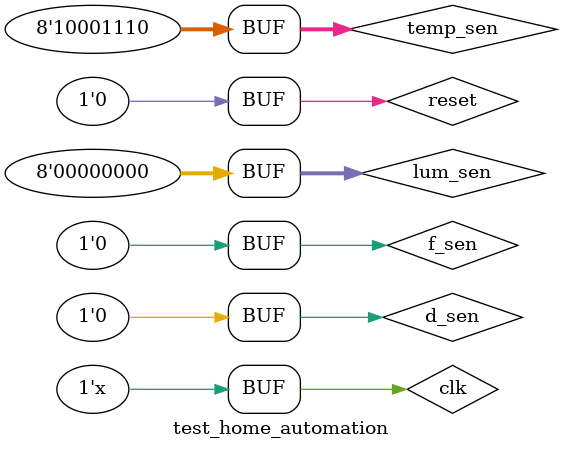
<source format=v>
module home_automation(
output reg b_alrm, f_alrm, heater, cooler, l_high, l_low,
input [7:0] temp_sen, lum_sen,
input d_sen, f_sen, clk, reset);

`define start 4'd0
`define fdoor 4'd2
`define fire 4'd3
`define t_heat 4'd4
`define t_cool 4'd5
`define l_bright 4'd6
`define l_dim 4'd7

reg [3:0] current_st;
reg [3:0] next_st;

parameter delay= 50;
parameter count=10;

initial
begin
	current_st <= `start; 
	next_st <= `start;
	b_alrm <= 1'b0;
	f_alrm <= 1'b0;
	heater <= 1'b0;
	cooler <= 1'b0;
	l_high <= 1'b0;
	l_low <= 1'b0;
end

//the state changes as per the sensor input
always@(posedge clk)
begin
	if(reset == 1'b1)
		next_st <=`start;
	else
		case(current_st)
		`start: begin
			if(d_sen == 1'b1)
				next_st <=`fdoor;

			else if(f_sen == 1'b1)
				next_st <=`fire;

			else if(temp_sen >= 8'b1000110)
				next_st <=`t_cool;

			else if(temp_sen < 8'b1000110)
				next_st <=`t_heat;

			else if(lum_sen < 8'b1111)
				next_st <=`l_bright;

			else if(lum_sen >= 8'b1111)
				next_st <=`l_dim;

		end

		`fdoor: begin
			if(d_sen == 1'b1)
				next_st <=`fdoor;

			else if(f_sen == 1'b1)
				next_st <=`fire;

			else if(temp_sen >= 8'b1000110)
				next_st <=`t_cool;

			else if(temp_sen < 8'b1000110)
				next_st <=`t_heat;

			else if(lum_sen < 8'b1111)
				next_st <=`l_bright;

			else if(lum_sen >= 8'b1111)
				next_st <=`l_dim;
		end

		`fire: begin
			if(d_sen == 1'b1)
				next_st <=`fdoor;

			else if(f_sen == 1'b1)
				next_st <=`fire;

			else if(temp_sen >= 8'b1000110)
				next_st <=`t_cool;

			else if(temp_sen < 8'b1000110)
				next_st <=`t_heat;

			else if(lum_sen < 8'b1111)
				next_st <=`l_bright;

			else if(lum_sen >= 8'b1111)
				next_st <=`l_dim;
		end

		`t_cool: begin
			if(d_sen == 1'b1)
				next_st <=`fdoor;

			else if(f_sen == 1'b1)
				next_st <=`fire;

			else if(temp_sen >= 8'b1000110)
				next_st <=`t_cool;

			else if(temp_sen < 8'b1000110)
				next_st <=`t_heat;

			else if(lum_sen < 8'b1111)
				next_st <=`l_bright;

			else if(lum_sen >= 8'b1111)
				next_st <=`l_dim;
		end

		`t_heat: begin
			if(d_sen == 1'b1)
				next_st <=`fdoor;

			else if(f_sen == 1'b1)
				next_st <=`fire;

			else if(temp_sen >= 8'b1000110)
				next_st <=`t_cool;

			else if(temp_sen < 8'b1000110)
				next_st <=`t_heat;

			else if(lum_sen < 8'b1111)
				next_st <=`l_bright;

			else if(lum_sen >= 8'b1111)
				next_st <=`l_dim;
		end

		`l_bright: begin
			if(d_sen == 1'b1)
				next_st <=`fdoor;

			else if(f_sen == 1'b1)
				next_st <=`fire;

			else if(temp_sen >= 8'b1000110)
				next_st <=`t_cool;

			else if(temp_sen < 8'b1000110)
				next_st <=`t_heat;

			else if(lum_sen < 8'b1111)
				next_st <=`l_bright;

			else if(lum_sen >= 8'b1111)
				next_st <=`l_dim;
		end

		`l_dim: begin
			if(d_sen == 1'b1)
				next_st <=`fdoor;

			else if(f_sen == 1'b1)
				next_st <=`fire;

			else if(temp_sen >= 8'b1000110)
				next_st <=`t_cool;

			else if(temp_sen < 8'b1000110)
				next_st <=`t_heat;

			else if(lum_sen < 8'b1111)
				next_st <=`l_bright;

			else if(lum_sen >= 8'b1111)
				next_st <=`l_dim;
		end 

		default: next_st <= `start;

	endcase
current_st <= next_st;
end

//code for output logic
always @(posedge clk)
begin
	if(reset)
		next_st <= `start;
	else 
		case(current_st)
		`start: begin
			b_alrm = 1'b0;
			f_alrm = 1'b0;
			heater = 1'b0;
			cooler = 1'b0;
			l_high = 1'b0;
			l_low = 1'b0;
		end

		`fdoor: begin
			b_alrm = 1'b1;
			#delay b_alrm = 1'b0;
		end 

		`fire: begin 
			f_alrm = 1'b1;
			#delay f_alrm = 1'b0;
		end 

		`t_heat: begin
			if(temp_sen < 8'b1000110)
				heater = 1'b1;
			else if(temp_sen > 8'b1000110)
				heater = 1'b0;
		end 

		`t_cool: begin 
			if(temp_sen > 8'b1000110)
				cooler = 1'b1;
			if(temp_sen < 8'b1000110)
				cooler = 1'b0;
		end

		`l_bright: begin
			if(lum_sen < 8'b1111)
				l_low = 1'b1;
			else if(lum_sen > 8'b1111)
				 l_low = 1'b0;
		end

		`l_dim: begin 
			if(lum_sen >= 8'b1111)
				l_high = 1'b1;
			else if(lum_sen < 8'b1111)
				 l_high = 1'b0;
		end

		default: begin
			b_alrm = 1'b0;
			f_alrm = 1'b0;
			heater = 1'b0;
			cooler = 1'b0;
			l_high = 1'b0;
			l_low = 1'b0;
		end
	endcase
end
endmodule

//testbench for home automation 
module test_home_automation;
wire b_alrm;
wire f_alrm;
wire heater;
wire cooler;
wire l_high;
wire l_low;
reg [7:0] temp_sen, lum_sen;
reg d_sen, f_sen;
reg clk= 1'b1;
reg reset= 1'b0;
 
home_automation HA( b_alrm, f_alrm, heater, cooler, l_high, l_low, temp_sen, lum_sen, d_sen, f_sen, clk, reset);
always 
#5 clk =~ clk;

initial
begin
d_sen = 1'b0;
f_sen = 1'b0;
temp_sen = 8'b0;
lum_sen = 8'b0;
#50 temp_sen= 8'b1110_1110; 
#50 temp_sen= 8'b0;
#50 reset = 1'b1;
#50 reset = 1'b0;
#50 d_sen= 1'b1;
#50 d_sen= 1'b0;
#50 temp_sen= 8'b0000_1110; 
#50 temp_sen= 8'b0;
#50 f_sen= 1'b1;
#50 f_sen= 1'b0;
#50 lum_sen= 8'b0111;
#200 lum_sen= 8'b0;
#50 temp_sen= 8'b1000_1110; 
end 
endmodule

</source>
